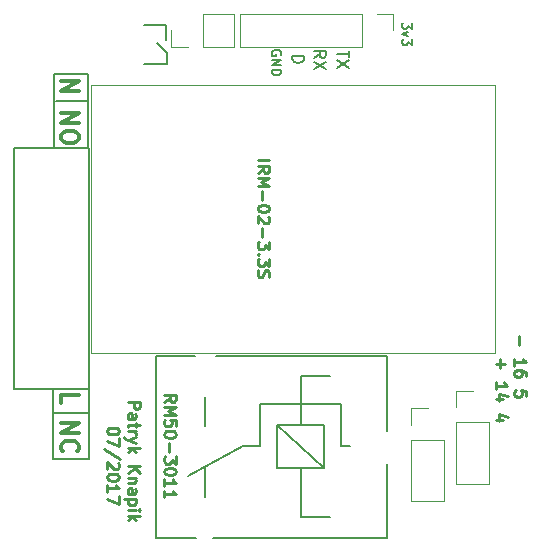
<source format=gto>
G04 #@! TF.FileFunction,Legend,Top*
%FSLAX46Y46*%
G04 Gerber Fmt 4.6, Leading zero omitted, Abs format (unit mm)*
G04 Created by KiCad (PCBNEW 4.0.6) date Thursday, 27 July 2017 21:49:40*
%MOMM*%
%LPD*%
G01*
G04 APERTURE LIST*
%ADD10C,0.100000*%
%ADD11C,0.200000*%
%ADD12C,0.300000*%
%ADD13C,0.250000*%
%ADD14C,0.150000*%
%ADD15C,0.120000*%
G04 APERTURE END LIST*
D10*
D11*
X122950000Y-78800000D02*
X120200000Y-78800000D01*
X120100000Y-76500000D02*
X120100000Y-82750000D01*
X122950000Y-76500000D02*
X120100000Y-76500000D01*
X122950000Y-82800000D02*
X122950000Y-76500000D01*
X123000000Y-109150000D02*
X123000000Y-105200000D01*
X122950000Y-109150000D02*
X123000000Y-109150000D01*
X119950000Y-109150000D02*
X122950000Y-109150000D01*
X119950000Y-105200000D02*
X119950000Y-109150000D01*
X119950000Y-105200000D02*
X119950000Y-103300000D01*
X123000000Y-105200000D02*
X119950000Y-105200000D01*
X123000000Y-103200000D02*
X123000000Y-105200000D01*
D12*
X120671429Y-104407143D02*
X120671429Y-103692857D01*
X122171429Y-103692857D01*
X120671429Y-106050000D02*
X122171429Y-106050000D01*
X120671429Y-106907143D01*
X122171429Y-106907143D01*
X120814286Y-108478572D02*
X120742857Y-108407143D01*
X120671429Y-108192857D01*
X120671429Y-108050000D01*
X120742857Y-107835715D01*
X120885714Y-107692857D01*
X121028571Y-107621429D01*
X121314286Y-107550000D01*
X121528571Y-107550000D01*
X121814286Y-107621429D01*
X121957143Y-107692857D01*
X122100000Y-107835715D01*
X122171429Y-108050000D01*
X122171429Y-108192857D01*
X122100000Y-108407143D01*
X122028571Y-108478572D01*
D11*
X129550000Y-72350000D02*
X127700000Y-72350000D01*
X129550000Y-73600000D02*
X129550000Y-72350000D01*
X129600000Y-74750000D02*
X128750000Y-73900000D01*
X129600000Y-75650000D02*
X129600000Y-74750000D01*
X127700000Y-75650000D02*
X129600000Y-75650000D01*
D13*
X157828571Y-100678571D02*
X157828571Y-101440476D01*
X157447619Y-101059524D02*
X158209524Y-101059524D01*
X157447619Y-103202381D02*
X157447619Y-102630952D01*
X157447619Y-102916666D02*
X158447619Y-102916666D01*
X158304762Y-102821428D01*
X158209524Y-102726190D01*
X158161905Y-102630952D01*
X158114286Y-104059524D02*
X157447619Y-104059524D01*
X158495238Y-103821428D02*
X157780952Y-103583333D01*
X157780952Y-104202381D01*
X158114286Y-105773810D02*
X157447619Y-105773810D01*
X158495238Y-105535714D02*
X157780952Y-105297619D01*
X157780952Y-105916667D01*
X159428571Y-98678571D02*
X159428571Y-99440476D01*
X159047619Y-101202381D02*
X159047619Y-100630952D01*
X159047619Y-100916666D02*
X160047619Y-100916666D01*
X159904762Y-100821428D01*
X159809524Y-100726190D01*
X159761905Y-100630952D01*
X160047619Y-102059524D02*
X160047619Y-101869047D01*
X160000000Y-101773809D01*
X159952381Y-101726190D01*
X159809524Y-101630952D01*
X159619048Y-101583333D01*
X159238095Y-101583333D01*
X159142857Y-101630952D01*
X159095238Y-101678571D01*
X159047619Y-101773809D01*
X159047619Y-101964286D01*
X159095238Y-102059524D01*
X159142857Y-102107143D01*
X159238095Y-102154762D01*
X159476190Y-102154762D01*
X159571429Y-102107143D01*
X159619048Y-102059524D01*
X159666667Y-101964286D01*
X159666667Y-101773809D01*
X159619048Y-101678571D01*
X159571429Y-101630952D01*
X159476190Y-101583333D01*
X160047619Y-103821429D02*
X160047619Y-103345238D01*
X159571429Y-103297619D01*
X159619048Y-103345238D01*
X159666667Y-103440476D01*
X159666667Y-103678572D01*
X159619048Y-103773810D01*
X159571429Y-103821429D01*
X159476190Y-103869048D01*
X159238095Y-103869048D01*
X159142857Y-103821429D01*
X159095238Y-103773810D01*
X159047619Y-103678572D01*
X159047619Y-103440476D01*
X159095238Y-103345238D01*
X159142857Y-103297619D01*
D12*
X120671429Y-77128571D02*
X122171429Y-77128571D01*
X120671429Y-77985714D01*
X122171429Y-77985714D01*
X120671429Y-79842857D02*
X122171429Y-79842857D01*
X120671429Y-80700000D01*
X122171429Y-80700000D01*
X122171429Y-81700000D02*
X122171429Y-81985714D01*
X122100000Y-82128572D01*
X121957143Y-82271429D01*
X121671429Y-82342857D01*
X121171429Y-82342857D01*
X120885714Y-82271429D01*
X120742857Y-82128572D01*
X120671429Y-81985714D01*
X120671429Y-81700000D01*
X120742857Y-81557143D01*
X120885714Y-81414286D01*
X121171429Y-81342857D01*
X121671429Y-81342857D01*
X121957143Y-81414286D01*
X122100000Y-81557143D01*
X122171429Y-81700000D01*
D13*
X126322619Y-104292856D02*
X127322619Y-104292856D01*
X127322619Y-104673809D01*
X127275000Y-104769047D01*
X127227381Y-104816666D01*
X127132143Y-104864285D01*
X126989286Y-104864285D01*
X126894048Y-104816666D01*
X126846429Y-104769047D01*
X126798810Y-104673809D01*
X126798810Y-104292856D01*
X126322619Y-105721428D02*
X126846429Y-105721428D01*
X126941667Y-105673809D01*
X126989286Y-105578571D01*
X126989286Y-105388094D01*
X126941667Y-105292856D01*
X126370238Y-105721428D02*
X126322619Y-105626190D01*
X126322619Y-105388094D01*
X126370238Y-105292856D01*
X126465476Y-105245237D01*
X126560714Y-105245237D01*
X126655952Y-105292856D01*
X126703571Y-105388094D01*
X126703571Y-105626190D01*
X126751190Y-105721428D01*
X126989286Y-106054761D02*
X126989286Y-106435713D01*
X127322619Y-106197618D02*
X126465476Y-106197618D01*
X126370238Y-106245237D01*
X126322619Y-106340475D01*
X126322619Y-106435713D01*
X126322619Y-106769047D02*
X126989286Y-106769047D01*
X126798810Y-106769047D02*
X126894048Y-106816666D01*
X126941667Y-106864285D01*
X126989286Y-106959523D01*
X126989286Y-107054762D01*
X126989286Y-107292857D02*
X126322619Y-107530952D01*
X126989286Y-107769048D02*
X126322619Y-107530952D01*
X126084524Y-107435714D01*
X126036905Y-107388095D01*
X125989286Y-107292857D01*
X126322619Y-108150000D02*
X127322619Y-108150000D01*
X126703571Y-108245238D02*
X126322619Y-108530953D01*
X126989286Y-108530953D02*
X126608333Y-108150000D01*
X126322619Y-109721429D02*
X127322619Y-109721429D01*
X126322619Y-110292858D02*
X126894048Y-109864286D01*
X127322619Y-110292858D02*
X126751190Y-109721429D01*
X126989286Y-110721429D02*
X126322619Y-110721429D01*
X126894048Y-110721429D02*
X126941667Y-110769048D01*
X126989286Y-110864286D01*
X126989286Y-111007144D01*
X126941667Y-111102382D01*
X126846429Y-111150001D01*
X126322619Y-111150001D01*
X126322619Y-112054763D02*
X126846429Y-112054763D01*
X126941667Y-112007144D01*
X126989286Y-111911906D01*
X126989286Y-111721429D01*
X126941667Y-111626191D01*
X126370238Y-112054763D02*
X126322619Y-111959525D01*
X126322619Y-111721429D01*
X126370238Y-111626191D01*
X126465476Y-111578572D01*
X126560714Y-111578572D01*
X126655952Y-111626191D01*
X126703571Y-111721429D01*
X126703571Y-111959525D01*
X126751190Y-112054763D01*
X126989286Y-112530953D02*
X125989286Y-112530953D01*
X126941667Y-112530953D02*
X126989286Y-112626191D01*
X126989286Y-112816668D01*
X126941667Y-112911906D01*
X126894048Y-112959525D01*
X126798810Y-113007144D01*
X126513095Y-113007144D01*
X126417857Y-112959525D01*
X126370238Y-112911906D01*
X126322619Y-112816668D01*
X126322619Y-112626191D01*
X126370238Y-112530953D01*
X126322619Y-113435715D02*
X126989286Y-113435715D01*
X127322619Y-113435715D02*
X127275000Y-113388096D01*
X127227381Y-113435715D01*
X127275000Y-113483334D01*
X127322619Y-113435715D01*
X127227381Y-113435715D01*
X126322619Y-113911905D02*
X127322619Y-113911905D01*
X126703571Y-114007143D02*
X126322619Y-114292858D01*
X126989286Y-114292858D02*
X126608333Y-113911905D01*
X125572619Y-106697619D02*
X125572619Y-106792858D01*
X125525000Y-106888096D01*
X125477381Y-106935715D01*
X125382143Y-106983334D01*
X125191667Y-107030953D01*
X124953571Y-107030953D01*
X124763095Y-106983334D01*
X124667857Y-106935715D01*
X124620238Y-106888096D01*
X124572619Y-106792858D01*
X124572619Y-106697619D01*
X124620238Y-106602381D01*
X124667857Y-106554762D01*
X124763095Y-106507143D01*
X124953571Y-106459524D01*
X125191667Y-106459524D01*
X125382143Y-106507143D01*
X125477381Y-106554762D01*
X125525000Y-106602381D01*
X125572619Y-106697619D01*
X125572619Y-107364286D02*
X125572619Y-108030953D01*
X124572619Y-107602381D01*
X125620238Y-109126191D02*
X124334524Y-108269048D01*
X125477381Y-109411905D02*
X125525000Y-109459524D01*
X125572619Y-109554762D01*
X125572619Y-109792858D01*
X125525000Y-109888096D01*
X125477381Y-109935715D01*
X125382143Y-109983334D01*
X125286905Y-109983334D01*
X125144048Y-109935715D01*
X124572619Y-109364286D01*
X124572619Y-109983334D01*
X125572619Y-110602381D02*
X125572619Y-110697620D01*
X125525000Y-110792858D01*
X125477381Y-110840477D01*
X125382143Y-110888096D01*
X125191667Y-110935715D01*
X124953571Y-110935715D01*
X124763095Y-110888096D01*
X124667857Y-110840477D01*
X124620238Y-110792858D01*
X124572619Y-110697620D01*
X124572619Y-110602381D01*
X124620238Y-110507143D01*
X124667857Y-110459524D01*
X124763095Y-110411905D01*
X124953571Y-110364286D01*
X125191667Y-110364286D01*
X125382143Y-110411905D01*
X125477381Y-110459524D01*
X125525000Y-110507143D01*
X125572619Y-110602381D01*
X124572619Y-111888096D02*
X124572619Y-111316667D01*
X124572619Y-111602381D02*
X125572619Y-111602381D01*
X125429762Y-111507143D01*
X125334524Y-111411905D01*
X125286905Y-111316667D01*
X125572619Y-112221429D02*
X125572619Y-112888096D01*
X124572619Y-112459524D01*
X129397619Y-104261905D02*
X129873810Y-103928571D01*
X129397619Y-103690476D02*
X130397619Y-103690476D01*
X130397619Y-104071429D01*
X130350000Y-104166667D01*
X130302381Y-104214286D01*
X130207143Y-104261905D01*
X130064286Y-104261905D01*
X129969048Y-104214286D01*
X129921429Y-104166667D01*
X129873810Y-104071429D01*
X129873810Y-103690476D01*
X129397619Y-104690476D02*
X130397619Y-104690476D01*
X129683333Y-105023810D01*
X130397619Y-105357143D01*
X129397619Y-105357143D01*
X130397619Y-106309524D02*
X130397619Y-105833333D01*
X129921429Y-105785714D01*
X129969048Y-105833333D01*
X130016667Y-105928571D01*
X130016667Y-106166667D01*
X129969048Y-106261905D01*
X129921429Y-106309524D01*
X129826190Y-106357143D01*
X129588095Y-106357143D01*
X129492857Y-106309524D01*
X129445238Y-106261905D01*
X129397619Y-106166667D01*
X129397619Y-105928571D01*
X129445238Y-105833333D01*
X129492857Y-105785714D01*
X130397619Y-106976190D02*
X130397619Y-107071429D01*
X130350000Y-107166667D01*
X130302381Y-107214286D01*
X130207143Y-107261905D01*
X130016667Y-107309524D01*
X129778571Y-107309524D01*
X129588095Y-107261905D01*
X129492857Y-107214286D01*
X129445238Y-107166667D01*
X129397619Y-107071429D01*
X129397619Y-106976190D01*
X129445238Y-106880952D01*
X129492857Y-106833333D01*
X129588095Y-106785714D01*
X129778571Y-106738095D01*
X130016667Y-106738095D01*
X130207143Y-106785714D01*
X130302381Y-106833333D01*
X130350000Y-106880952D01*
X130397619Y-106976190D01*
X129778571Y-107738095D02*
X129778571Y-108500000D01*
X130397619Y-108880952D02*
X130397619Y-109500000D01*
X130016667Y-109166666D01*
X130016667Y-109309524D01*
X129969048Y-109404762D01*
X129921429Y-109452381D01*
X129826190Y-109500000D01*
X129588095Y-109500000D01*
X129492857Y-109452381D01*
X129445238Y-109404762D01*
X129397619Y-109309524D01*
X129397619Y-109023809D01*
X129445238Y-108928571D01*
X129492857Y-108880952D01*
X130397619Y-110119047D02*
X130397619Y-110214286D01*
X130350000Y-110309524D01*
X130302381Y-110357143D01*
X130207143Y-110404762D01*
X130016667Y-110452381D01*
X129778571Y-110452381D01*
X129588095Y-110404762D01*
X129492857Y-110357143D01*
X129445238Y-110309524D01*
X129397619Y-110214286D01*
X129397619Y-110119047D01*
X129445238Y-110023809D01*
X129492857Y-109976190D01*
X129588095Y-109928571D01*
X129778571Y-109880952D01*
X130016667Y-109880952D01*
X130207143Y-109928571D01*
X130302381Y-109976190D01*
X130350000Y-110023809D01*
X130397619Y-110119047D01*
X129397619Y-111404762D02*
X129397619Y-110833333D01*
X129397619Y-111119047D02*
X130397619Y-111119047D01*
X130254762Y-111023809D01*
X130159524Y-110928571D01*
X130111905Y-110833333D01*
X129397619Y-112357143D02*
X129397619Y-111785714D01*
X129397619Y-112071428D02*
X130397619Y-112071428D01*
X130254762Y-111976190D01*
X130159524Y-111880952D01*
X130111905Y-111785714D01*
X137297619Y-83821429D02*
X138297619Y-83821429D01*
X137297619Y-84869048D02*
X137773810Y-84535714D01*
X137297619Y-84297619D02*
X138297619Y-84297619D01*
X138297619Y-84678572D01*
X138250000Y-84773810D01*
X138202381Y-84821429D01*
X138107143Y-84869048D01*
X137964286Y-84869048D01*
X137869048Y-84821429D01*
X137821429Y-84773810D01*
X137773810Y-84678572D01*
X137773810Y-84297619D01*
X137297619Y-85297619D02*
X138297619Y-85297619D01*
X137583333Y-85630953D01*
X138297619Y-85964286D01*
X137297619Y-85964286D01*
X137678571Y-86440476D02*
X137678571Y-87202381D01*
X138297619Y-87869047D02*
X138297619Y-87964286D01*
X138250000Y-88059524D01*
X138202381Y-88107143D01*
X138107143Y-88154762D01*
X137916667Y-88202381D01*
X137678571Y-88202381D01*
X137488095Y-88154762D01*
X137392857Y-88107143D01*
X137345238Y-88059524D01*
X137297619Y-87964286D01*
X137297619Y-87869047D01*
X137345238Y-87773809D01*
X137392857Y-87726190D01*
X137488095Y-87678571D01*
X137678571Y-87630952D01*
X137916667Y-87630952D01*
X138107143Y-87678571D01*
X138202381Y-87726190D01*
X138250000Y-87773809D01*
X138297619Y-87869047D01*
X138202381Y-88583333D02*
X138250000Y-88630952D01*
X138297619Y-88726190D01*
X138297619Y-88964286D01*
X138250000Y-89059524D01*
X138202381Y-89107143D01*
X138107143Y-89154762D01*
X138011905Y-89154762D01*
X137869048Y-89107143D01*
X137297619Y-88535714D01*
X137297619Y-89154762D01*
X137678571Y-89583333D02*
X137678571Y-90345238D01*
X138297619Y-90726190D02*
X138297619Y-91345238D01*
X137916667Y-91011904D01*
X137916667Y-91154762D01*
X137869048Y-91250000D01*
X137821429Y-91297619D01*
X137726190Y-91345238D01*
X137488095Y-91345238D01*
X137392857Y-91297619D01*
X137345238Y-91250000D01*
X137297619Y-91154762D01*
X137297619Y-90869047D01*
X137345238Y-90773809D01*
X137392857Y-90726190D01*
X137392857Y-91773809D02*
X137345238Y-91821428D01*
X137297619Y-91773809D01*
X137345238Y-91726190D01*
X137392857Y-91773809D01*
X137297619Y-91773809D01*
X138297619Y-92154761D02*
X138297619Y-92773809D01*
X137916667Y-92440475D01*
X137916667Y-92583333D01*
X137869048Y-92678571D01*
X137821429Y-92726190D01*
X137726190Y-92773809D01*
X137488095Y-92773809D01*
X137392857Y-92726190D01*
X137345238Y-92678571D01*
X137297619Y-92583333D01*
X137297619Y-92297618D01*
X137345238Y-92202380D01*
X137392857Y-92154761D01*
X137345238Y-93154761D02*
X137297619Y-93297618D01*
X137297619Y-93535714D01*
X137345238Y-93630952D01*
X137392857Y-93678571D01*
X137488095Y-93726190D01*
X137583333Y-93726190D01*
X137678571Y-93678571D01*
X137726190Y-93630952D01*
X137773810Y-93535714D01*
X137821429Y-93345237D01*
X137869048Y-93249999D01*
X137916667Y-93202380D01*
X138011905Y-93154761D01*
X138107143Y-93154761D01*
X138202381Y-93202380D01*
X138250000Y-93249999D01*
X138297619Y-93345237D01*
X138297619Y-93583333D01*
X138250000Y-93726190D01*
D11*
X140247619Y-74988095D02*
X141247619Y-74988095D01*
X141247619Y-75226190D01*
X141200000Y-75369048D01*
X141104762Y-75464286D01*
X141009524Y-75511905D01*
X140819048Y-75559524D01*
X140676190Y-75559524D01*
X140485714Y-75511905D01*
X140390476Y-75464286D01*
X140295238Y-75369048D01*
X140247619Y-75226190D01*
X140247619Y-74988095D01*
X139250000Y-74940477D02*
X139288095Y-74864286D01*
X139288095Y-74750001D01*
X139250000Y-74635715D01*
X139173810Y-74559524D01*
X139097619Y-74521429D01*
X138945238Y-74483334D01*
X138830952Y-74483334D01*
X138678571Y-74521429D01*
X138602381Y-74559524D01*
X138526190Y-74635715D01*
X138488095Y-74750001D01*
X138488095Y-74826191D01*
X138526190Y-74940477D01*
X138564286Y-74978572D01*
X138830952Y-74978572D01*
X138830952Y-74826191D01*
X138488095Y-75321429D02*
X139288095Y-75321429D01*
X138488095Y-75778572D01*
X139288095Y-75778572D01*
X138488095Y-76159524D02*
X139288095Y-76159524D01*
X139288095Y-76350000D01*
X139250000Y-76464286D01*
X139173810Y-76540477D01*
X139097619Y-76578572D01*
X138945238Y-76616667D01*
X138830952Y-76616667D01*
X138678571Y-76578572D01*
X138602381Y-76540477D01*
X138526190Y-76464286D01*
X138488095Y-76350000D01*
X138488095Y-76159524D01*
X142097619Y-75133334D02*
X142573810Y-74800000D01*
X142097619Y-74561905D02*
X143097619Y-74561905D01*
X143097619Y-74942858D01*
X143050000Y-75038096D01*
X143002381Y-75085715D01*
X142907143Y-75133334D01*
X142764286Y-75133334D01*
X142669048Y-75085715D01*
X142621429Y-75038096D01*
X142573810Y-74942858D01*
X142573810Y-74561905D01*
X143097619Y-75466667D02*
X142097619Y-76133334D01*
X143097619Y-76133334D02*
X142097619Y-75466667D01*
X145047619Y-74538095D02*
X145047619Y-75109524D01*
X144047619Y-74823809D02*
X145047619Y-74823809D01*
X145047619Y-75347619D02*
X144047619Y-76014286D01*
X145047619Y-76014286D02*
X144047619Y-75347619D01*
X150338095Y-72197619D02*
X150338095Y-72692857D01*
X150033333Y-72426190D01*
X150033333Y-72540476D01*
X149995238Y-72616666D01*
X149957143Y-72654762D01*
X149880952Y-72692857D01*
X149690476Y-72692857D01*
X149614286Y-72654762D01*
X149576190Y-72616666D01*
X149538095Y-72540476D01*
X149538095Y-72311904D01*
X149576190Y-72235714D01*
X149614286Y-72197619D01*
X150071429Y-72959524D02*
X149538095Y-73150000D01*
X150071429Y-73340476D01*
X150338095Y-73569048D02*
X150338095Y-74064286D01*
X150033333Y-73797619D01*
X150033333Y-73911905D01*
X149995238Y-73988095D01*
X149957143Y-74026191D01*
X149880952Y-74064286D01*
X149690476Y-74064286D01*
X149614286Y-74026191D01*
X149576190Y-73988095D01*
X149538095Y-73911905D01*
X149538095Y-73683333D01*
X149576190Y-73607143D01*
X149614286Y-73569048D01*
D14*
X132000000Y-100400000D02*
X128700000Y-100400000D01*
X128700000Y-100400000D02*
X128700000Y-115800000D01*
X128700000Y-115800000D02*
X132050000Y-115800000D01*
X148300000Y-106750000D02*
X148300000Y-100400000D01*
X148300000Y-100400000D02*
X133750000Y-100400000D01*
X148300000Y-109500000D02*
X148300000Y-115800000D01*
X148300000Y-115800000D02*
X133550000Y-115800000D01*
X148300000Y-115750000D02*
X148300000Y-109500000D01*
X132850000Y-103900000D02*
X132850000Y-106350000D01*
X132850000Y-112300000D02*
X132850000Y-109800000D01*
X143450000Y-102050000D02*
X140950000Y-102050000D01*
X144350000Y-108050000D02*
X145150000Y-108050000D01*
X140950000Y-114050000D02*
X143450000Y-114050000D01*
X137550000Y-108050000D02*
X136050000Y-108050000D01*
X136050000Y-108050000D02*
X131450000Y-110550000D01*
X137550000Y-104450000D02*
X144350000Y-104450000D01*
X137550000Y-108050000D02*
X137550000Y-104450000D01*
X144350000Y-108050000D02*
X144350000Y-104450000D01*
X140950000Y-114050000D02*
X140950000Y-109850000D01*
X140950000Y-106250000D02*
X140950000Y-102050000D01*
X138950000Y-106250000D02*
X142950000Y-109850000D01*
X142950000Y-106250000D02*
X142950000Y-109850000D01*
X142950000Y-109850000D02*
X138950000Y-109850000D01*
X138950000Y-109850000D02*
X138950000Y-106250000D01*
X138950000Y-106250000D02*
X142950000Y-106250000D01*
X123000000Y-103200000D02*
X116700000Y-103200000D01*
X123000000Y-82800000D02*
X116700000Y-82800000D01*
X116660000Y-103160000D02*
X116660000Y-82840000D01*
X123010000Y-82840000D02*
X123010000Y-103160000D01*
D15*
X123200000Y-77450000D02*
X157400000Y-77450000D01*
X157400000Y-77450000D02*
X157400000Y-100150000D01*
X157400000Y-100150000D02*
X123200000Y-100150000D01*
X123200000Y-100150000D02*
X123200000Y-77450000D01*
X132670000Y-74190000D02*
X135330000Y-74190000D01*
X135330000Y-74190000D02*
X135330000Y-71410000D01*
X135330000Y-71410000D02*
X132670000Y-71410000D01*
X132670000Y-71410000D02*
X132670000Y-74190000D01*
X131400000Y-74190000D02*
X130010000Y-74190000D01*
X130010000Y-74190000D02*
X130010000Y-72800000D01*
X146130000Y-71410000D02*
X135850000Y-71410000D01*
X135850000Y-71410000D02*
X135850000Y-74190000D01*
X135850000Y-74190000D02*
X146130000Y-74190000D01*
X146130000Y-74190000D02*
X146130000Y-71410000D01*
X147400000Y-71410000D02*
X148790000Y-71410000D01*
X148790000Y-71410000D02*
X148790000Y-72800000D01*
X150310000Y-107470000D02*
X150310000Y-112670000D01*
X150310000Y-112670000D02*
X153090000Y-112670000D01*
X153090000Y-112670000D02*
X153090000Y-107470000D01*
X153090000Y-107470000D02*
X150310000Y-107470000D01*
X150310000Y-106200000D02*
X150310000Y-104810000D01*
X150310000Y-104810000D02*
X151700000Y-104810000D01*
X154110000Y-106020000D02*
X154110000Y-111220000D01*
X154110000Y-111220000D02*
X156890000Y-111220000D01*
X156890000Y-111220000D02*
X156890000Y-106020000D01*
X156890000Y-106020000D02*
X154110000Y-106020000D01*
X154110000Y-104750000D02*
X154110000Y-103360000D01*
X154110000Y-103360000D02*
X155500000Y-103360000D01*
M02*

</source>
